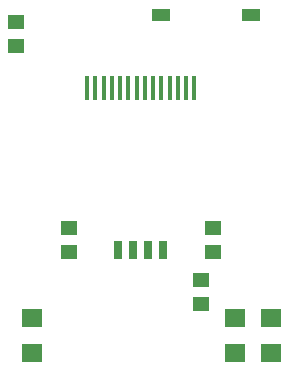
<source format=gtp>
G04 Layer: TopPasteMaskLayer*
G04 EasyEDA v6.3.22, 2020-01-19T16:38:24+00:00*
G04 a2d37a9207c24dc198fa5f1151cfaccd,4b468aaabfa54ef3be77053c06c4e1f4,10*
G04 Gerber Generator version 0.2*
G04 Scale: 100 percent, Rotated: No, Reflected: No *
G04 Dimensions in inches *
G04 leading zeros omitted , absolute positions ,2 integer and 4 decimal *
%FSLAX24Y24*%
%MOIN*%
G90*
G70D02*

%ADD13R,0.059055X0.039370*%
%ADD14R,0.027559X0.062992*%
%ADD15R,0.013780X0.078740*%
%ADD16R,0.057870X0.045670*%
%ADD17R,0.070866X0.059055*%

%LPD*%
G54D13*
G01X5723Y38494D03*
G01X8715Y38494D03*
G54D14*
G01X5803Y30659D03*
G01X5303Y30659D03*
G01X4803Y30659D03*
G01X4303Y30659D03*
G54D15*
G01X4915Y36054D03*
G01X5190Y36053D03*
G01X5466Y36053D03*
G01X4639Y36054D03*
G01X4363Y36053D03*
G01X5741Y36054D03*
G01X6017Y36054D03*
G01X4088Y36054D03*
G01X6292Y36054D03*
G01X3812Y36054D03*
G01X3536Y36054D03*
G01X6568Y36053D03*
G01X3261Y36054D03*
G01X6844Y36054D03*
G54D16*
G01X2652Y30580D03*
G01X2652Y31380D03*
G01X7455Y30580D03*
G01X7455Y31380D03*
G01X7061Y28848D03*
G01X7061Y29648D03*
G01X880Y37470D03*
G01X880Y38270D03*
G54D17*
G01X8188Y28391D03*
G01X8188Y27210D03*
G01X9388Y28391D03*
G01X9388Y27210D03*
G01X1438Y28391D03*
G01X1438Y27210D03*
M00*
M02*

</source>
